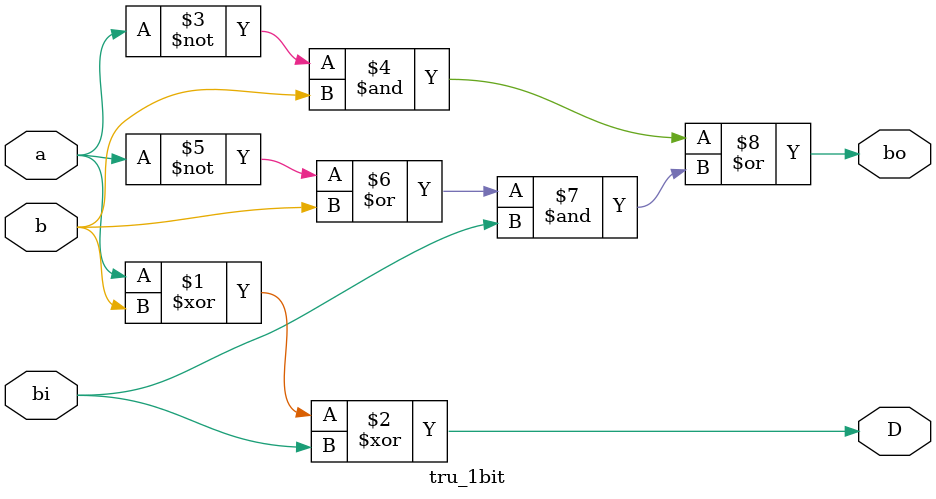
<source format=v>
`timescale 1ns / 1ps
module tru_1bit(
    input wire a,b,bi,
output wire D,bo);
assign D=a^b^bi;
assign bo=~a&b | ((~a | b)&bi);
endmodule

</source>
